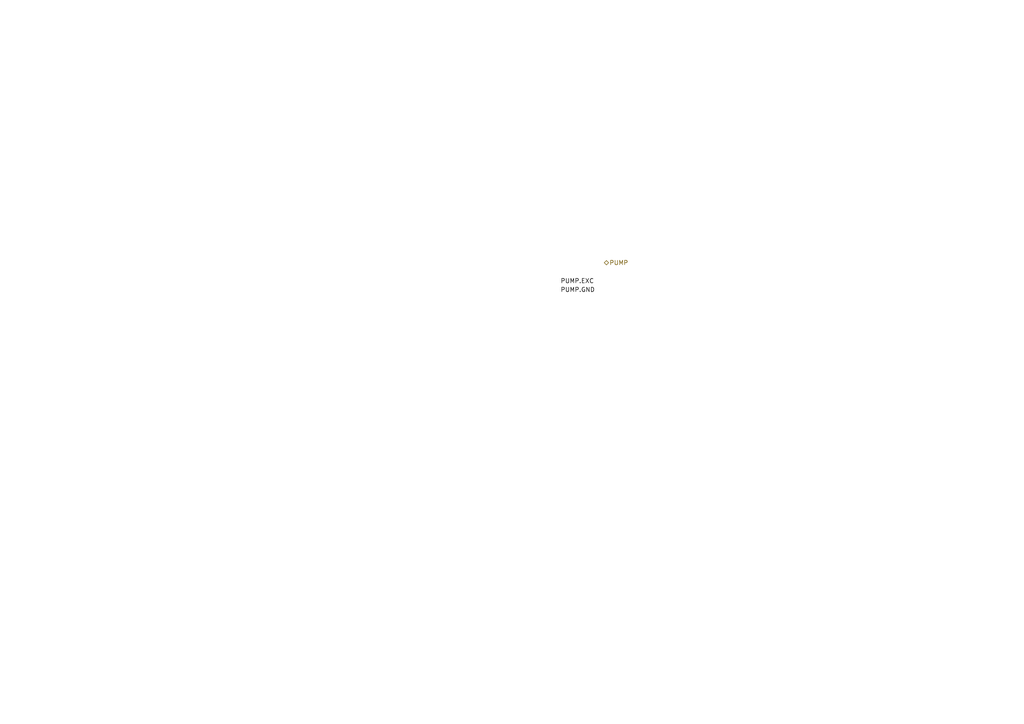
<source format=kicad_sch>
(kicad_sch (version 20230121) (generator eeschema)
  (paper "A4")
  (lib_symbols)
  (label "PUMP.GND" (at 162.56 85.09 0))
  (label "PUMP.EXC" (at 162.56 82.55 0))
  (hierarchical_label "PUMP" (shape bidirectional) (at 175.26 76.2 0))
)
</source>
